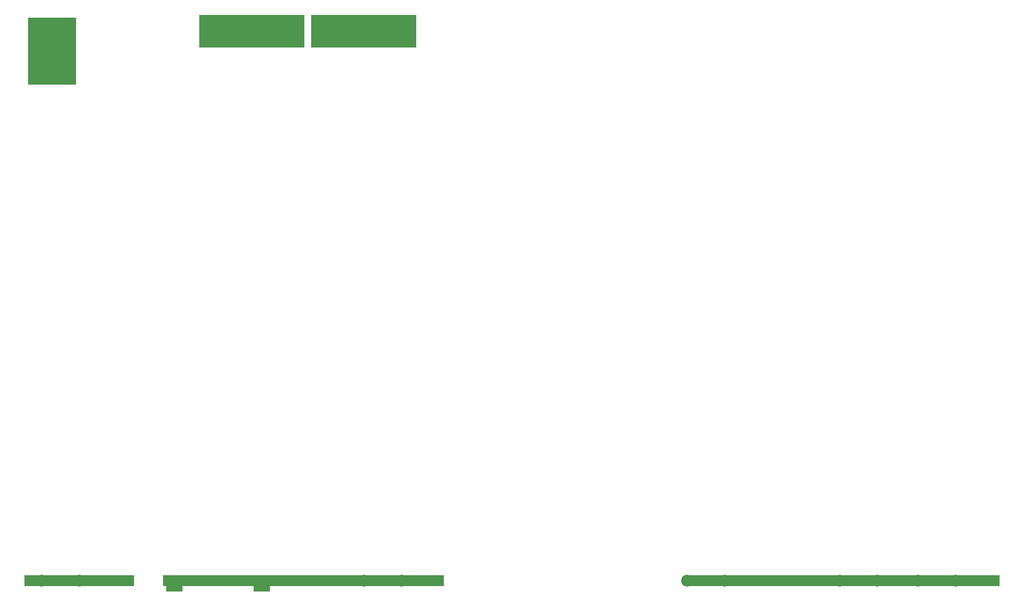
<source format=gbp>
G04 MADE WITH FRITZING*
G04 WWW.FRITZING.ORG*
G04 DOUBLE SIDED*
G04 HOLES PLATED*
G04 CONTOUR ON CENTER OF CONTOUR VECTOR*
%ASAXBY*%
%FSLAX23Y23*%
%MOIN*%
%OFA0B0*%
%SFA1.0B1.0*%
%ADD10C,0.087000*%
%ADD11C,0.123000*%
%ADD12R,2.322830X0.078740*%
%ADD13R,2.066670X0.078740*%
%ADD14R,0.805556X0.078740*%
%ADD15R,0.355556X0.494444*%
%ADD16R,0.777952X0.244488*%
%ADD17R,0.777778X0.244444*%
%ADD18R,0.123000X0.123000*%
%ADD19R,0.001000X0.001000*%
%LNPASTEMASK0*%
G90*
G70*
G54D10*
X3048Y339D03*
X2772Y339D03*
G54D11*
X1374Y321D03*
X2016Y321D03*
G54D10*
X673Y339D03*
X397Y339D03*
X6548Y339D03*
X6272Y339D03*
X7123Y339D03*
X6847Y339D03*
X5423Y339D03*
X5147Y339D03*
G54D12*
X6286Y340D03*
G54D13*
X2323Y340D03*
G54D14*
X673Y340D03*
G54D15*
X473Y4240D03*
G54D16*
X1944Y4388D03*
G54D17*
X2768Y4388D03*
G54D18*
X1374Y321D03*
X2016Y321D03*
G54D19*
D02*
G04 End of PasteMask0*
M02*
</source>
